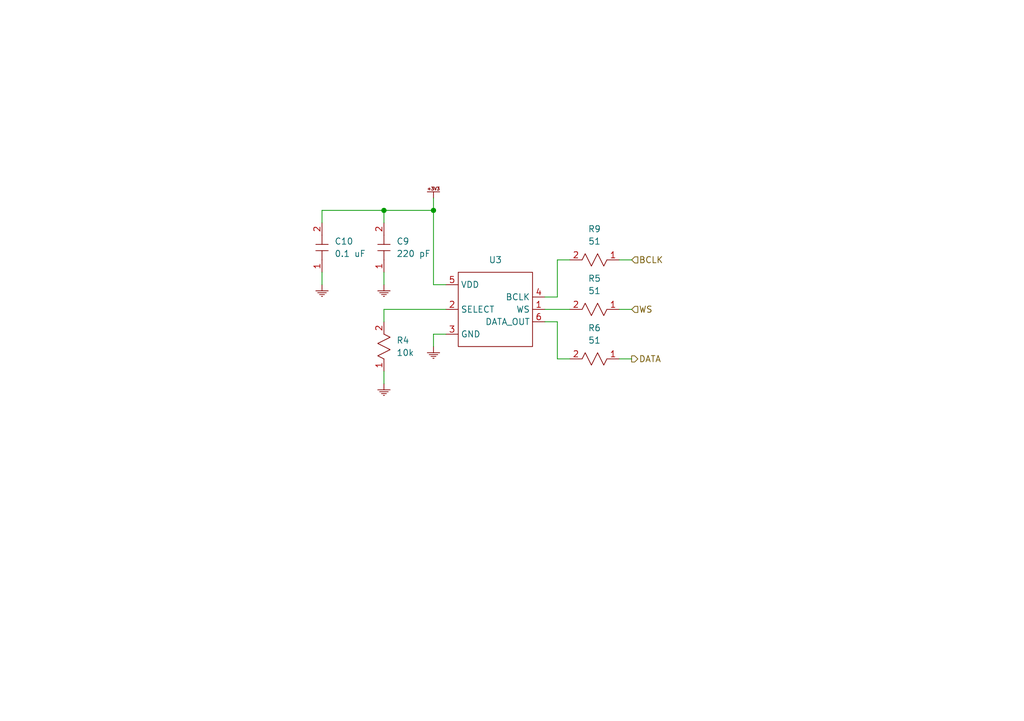
<source format=kicad_sch>
(kicad_sch (version 20230121) (generator eeschema)
  (paper "A5")
  (lib_symbols
    (symbol "zandmd:+3V3" (power) (pin_names (offset 0))
      (symbol "+3V3_0_1"
        (polyline (pts (xy -1.27 1.27) (xy 1.27 1.27)))
        (polyline (pts (xy 0 0) (xy 0 1.27)))
      )
      (symbol "+3V3_1_1"
        (text "+3V3" (at 0 1.905 0) (effects (font (size 0.635 0.635))))
        (pin power_in line (at 0 0 90) (length 0) hide (name "+3V3") (number "1"))
      )
    )
    (symbol "zandmd:CAPACITOR" (pin_names (offset 0))
      (property "Reference" "C" (at 0 0 0))
      (property "Value" "C" (at 0 0 0))
      (symbol "CAPACITOR_0_1"
        (polyline (pts (xy 2.54 0) (xy 4.445 0)))
        (polyline (pts (xy 4.445 1.27) (xy 4.445 -1.27)))
        (polyline (pts (xy 5.715 1.27) (xy 5.715 -1.27)))
        (polyline (pts (xy 7.62 0) (xy 5.715 0)))
      )
      (symbol "CAPACITOR_1_1"
        (pin passive line (at 0 0 0) (length 2.54) (name "") (number "1"))
        (pin passive line (at 10.16 0 180) (length 2.54) (name "") (number "2"))
      )
    )
    (symbol "zandmd:GND" (power) (pin_names (offset 0))
      (symbol "GND_0_1"
        (polyline (pts (xy -1.27 -1.27) (xy 1.27 -1.27)))
        (polyline (pts (xy -0.889 -1.651) (xy 0.889 -1.651)))
        (polyline (pts (xy -0.508 -2.032) (xy 0.508 -2.032)))
        (polyline (pts (xy -0.127 -2.413) (xy 0.127 -2.413)))
        (polyline (pts (xy 0 0) (xy 0 -1.27)))
      )
      (symbol "GND_1_1"
        (pin power_in line (at 0 0 270) (length 0) hide (name "GND") (number "1"))
      )
    )
    (symbol "zandmd:RESISTOR" (pin_names (offset 0))
      (property "Reference" "R" (at 0 0 0))
      (property "Value" "R" (at 0 0 0))
      (symbol "RESISTOR_0_1"
        (polyline (pts (xy 2.54 0) (xy 3.175 1.27) (xy 4.445 -1.27) (xy 5.715 1.27) (xy 6.985 -1.27) (xy 7.62 0)))
      )
      (symbol "RESISTOR_1_1"
        (pin passive line (at 0 0 0) (length 2.54) (name "") (number "1"))
        (pin passive line (at 10.16 0 180) (length 2.54) (name "") (number "2"))
      )
    )
    (symbol "zandmd:SPH0645LM4H-B"
      (property "Reference" "U" (at 0 0 0))
      (symbol "SPH0645LM4H-B_0_1"
        (rectangle (start 2.54 15.24) (end 17.78 0))
      )
      (symbol "SPH0645LM4H-B_1_1"
        (pin input line (at 20.32 7.62 180) (length 2.54) (name "WS") (number "1"))
        (pin input line (at 0 7.62 0) (length 2.54) (name "SELECT") (number "2"))
        (pin passive line (at 0 2.54 0) (length 2.54) (name "GND") (number "3"))
        (pin input line (at 20.32 10.16 180) (length 2.54) (name "BCLK") (number "4"))
        (pin power_in line (at 0 12.7 0) (length 2.54) (name "VDD") (number "5"))
        (pin output line (at 20.32 5.08 180) (length 2.54) (name "DATA_OUT") (number "6"))
      )
    )
  )
  (junction (at 88.9 43.18))
  (junction (at 78.74 43.18))
  (wire (pts (xy 111.76 60.96) (xy 114.3 60.96)))
  (wire (pts (xy 88.9 68.58) (xy 91.44 68.58)))
  (wire (pts (xy 111.76 66.04) (xy 114.3 66.04)))
  (wire (pts (xy 66.04 43.18) (xy 78.74 43.18)))
  (wire (pts (xy 127 53.34) (xy 129.54 53.34)))
  (wire (pts (xy 114.3 60.96) (xy 114.3 53.34)))
  (wire (pts (xy 114.3 66.04) (xy 114.3 73.66)))
  (wire (pts (xy 88.9 71.12) (xy 88.9 68.58)))
  (wire (pts (xy 88.9 43.18) (xy 88.9 58.42)))
  (wire (pts (xy 111.76 63.5) (xy 116.84 63.5)))
  (wire (pts (xy 78.74 43.18) (xy 88.9 43.18)))
  (wire (pts (xy 78.74 45.72) (xy 78.74 43.18)))
  (wire (pts (xy 91.44 63.5) (xy 78.74 63.5)))
  (wire (pts (xy 127 63.5) (xy 129.54 63.5)))
  (wire (pts (xy 66.04 45.72) (xy 66.04 43.18)))
  (wire (pts (xy 114.3 53.34) (xy 116.84 53.34)))
  (wire (pts (xy 88.9 40.64) (xy 88.9 43.18)))
  (wire (pts (xy 78.74 63.5) (xy 78.74 66.04)))
  (wire (pts (xy 114.3 73.66) (xy 116.84 73.66)))
  (wire (pts (xy 66.04 55.88) (xy 66.04 58.42)))
  (wire (pts (xy 78.74 76.2) (xy 78.74 78.74)))
  (wire (pts (xy 91.44 58.42) (xy 88.9 58.42)))
  (wire (pts (xy 78.74 55.88) (xy 78.74 58.42)))
  (wire (pts (xy 127 73.66) (xy 129.54 73.66)))
  (hierarchical_label "BCLK" (shape input) (at 129.54 53.34 0))
  (hierarchical_label "DATA" (shape output) (at 129.54 73.66 0))
  (hierarchical_label "WS" (shape input) (at 129.54 63.5 0))
  (symbol (lib_id "zandmd:CAPACITOR") (at 78.74 55.88 90) (unit 1)
    (property "Reference" "C9" (at 81.28 49.53 90) (effects (justify right)))
    (property "Value" "220 pF" (at 81.28 52.07 90) (effects (justify right)))
    (property "Footprint" "zandmd:PASSIVE-NPOL-0805" (effects hide))
    (property "Sim.Device" "C" (effects hide))
    (property "Sim.Pins" "1=+ 2=-" (effects hide))
  )
  (symbol (lib_id "zandmd:RESISTOR") (at 127 73.66 180) (unit 1)
    (property "Reference" "R6" (at 121.92 67.31 0))
    (property "Value" "51" (at 121.92 69.85 0))
    (property "Footprint" "zandmd:PASSIVE-NPOL-0805" (effects hide))
    (property "Sim.Device" "R" (effects hide))
    (property "Sim.Pins" "1=+ 2=-" (effects hide))
  )
  (symbol (lib_id "zandmd:RESISTOR") (at 78.74 76.2 90) (unit 1)
    (property "Reference" "R4" (at 81.28 69.85 90) (effects (justify right)))
    (property "Value" "10k" (at 81.28 72.39 90) (effects (justify right)))
    (property "Footprint" "zandmd:PASSIVE-NPOL-0805" (effects hide))
    (property "Sim.Device" "R" (effects hide))
    (property "Sim.Pins" "1=+ 2=-" (effects hide))
  )
  (symbol (lib_id "zandmd:RESISTOR") (at 127 63.5 180) (unit 1)
    (property "Reference" "R5" (at 121.92 57.15 0))
    (property "Value" "51" (at 121.92 59.69 0))
    (property "Footprint" "zandmd:PASSIVE-NPOL-0805" (effects hide))
    (property "Sim.Device" "R" (effects hide))
    (property "Sim.Pins" "1=+ 2=-" (effects hide))
  )
  (symbol (lib_id "zandmd:+3V3") (at 88.9 40.64 0) (unit 1)
    (property "Reference" "#PWR077" (effects hide))
    (property "Value" "+3V3" (effects hide))
  )
  (symbol (lib_id "zandmd:CAPACITOR") (at 66.04 55.88 90) (unit 1)
    (property "Reference" "C10" (at 68.58 49.53 90) (effects (justify right)))
    (property "Value" "0.1 uF" (at 68.58 52.07 90) (effects (justify right)))
    (property "Footprint" "zandmd:PASSIVE-NPOL-0805" (effects hide))
    (property "Sim.Device" "C" (effects hide))
    (property "Sim.Pins" "1=+ 2=-" (effects hide))
  )
  (symbol (lib_id "zandmd:GND") (at 66.04 58.42 0) (unit 1)
    (property "Reference" "#PWR079" (effects hide))
    (property "Value" "GND" (effects hide))
  )
  (symbol (lib_id "zandmd:SPH0645LM4H-B") (at 91.44 71.12 0) (unit 1)
    (property "Reference" "U3" (at 101.6 53.34 0))
    (property "Value" "SPH0645LM4H-B" (effects hide))
    (property "Footprint" "zandmd:SPH0645LM4H-B" (effects hide))
    (property "Datasheet" "https://mm.digikey.com/Volume0/opasdata/d220001/medias/docus/908/SPH0645LM4H-B.pdf" (effects hide))
    (property "Sim.Enable" "0" (effects hide))
  )
  (symbol (lib_id "zandmd:GND") (at 78.74 58.42 0) (unit 1)
    (property "Reference" "#PWR078" (effects hide))
    (property "Value" "GND" (effects hide))
  )
  (symbol (lib_id "zandmd:RESISTOR") (at 127 53.34 180) (unit 1)
    (property "Reference" "R9" (at 121.92 46.99 0))
    (property "Value" "51" (at 121.92 49.53 0))
    (property "Footprint" "zandmd:PASSIVE-NPOL-0805" (effects hide))
    (property "Sim.Device" "R" (effects hide))
    (property "Sim.Pins" "1=+ 2=-" (effects hide))
  )
  (symbol (lib_id "zandmd:GND") (at 78.74 78.74 0) (unit 1)
    (property "Reference" "#PWR076" (effects hide))
    (property "Value" "GND" (effects hide))
  )
  (symbol (lib_id "zandmd:GND") (at 88.9 71.12 0) (unit 1)
    (property "Reference" "#PWR075" (effects hide))
    (property "Value" "GND" (effects hide))
  )
)
</source>
